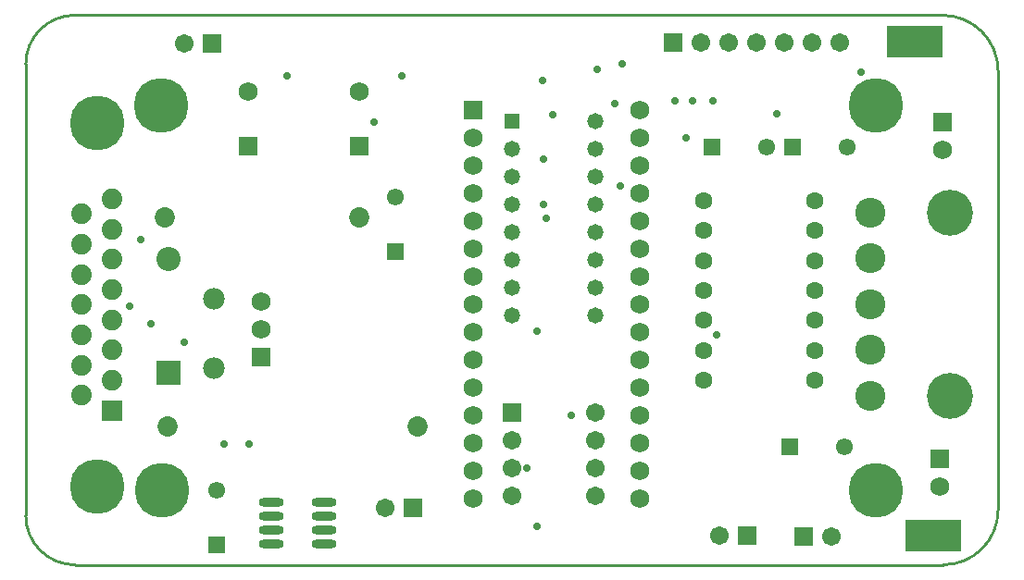
<source format=gts>
G04*
G04 #@! TF.GenerationSoftware,Altium Limited,Altium Designer,20.0.13 (296)*
G04*
G04 Layer_Color=8388736*
%FSLAX25Y25*%
%MOIN*%
G70*
G01*
G75*
%ADD11C,0.01000*%
%ADD18R,0.20029X0.11191*%
%ADD19O,0.09068X0.03162*%
%ADD20C,0.07296*%
%ADD21R,0.06800X0.06800*%
%ADD22C,0.06800*%
%ADD23R,0.06706X0.06706*%
%ADD24C,0.06706*%
%ADD25C,0.02800*%
%ADD26C,0.19698*%
%ADD27C,0.07453*%
%ADD28R,0.07453X0.07453*%
%ADD29R,0.06800X0.06800*%
%ADD30C,0.07800*%
%ADD31R,0.05800X0.05800*%
%ADD32C,0.05800*%
%ADD33C,0.06312*%
%ADD34C,0.06115*%
%ADD35R,0.06115X0.06115*%
%ADD36C,0.16548*%
%ADD37C,0.10800*%
%ADD38C,0.08674*%
%ADD39R,0.08674X0.08674*%
%ADD40R,0.06115X0.06115*%
D11*
X330325D02*
G03*
X350065Y19739I0J19739D01*
G01*
X350064Y177977D02*
G03*
X330009Y198033I-20056J0D01*
G01*
X17619Y198033D02*
G03*
X0Y180413I0J-17619D01*
G01*
Y17716D02*
G03*
X17717Y0I17716J-0D01*
G01*
X350065Y177977D02*
X350065Y19739D01*
X17620Y198033D02*
X330009Y198033D01*
X0Y17717D02*
Y180413D01*
X17717Y0D02*
X330325D01*
D18*
X326880Y10652D02*
D03*
X320034Y188585D02*
D03*
D19*
X107337Y7500D02*
D03*
Y12500D02*
D03*
Y17500D02*
D03*
Y22500D02*
D03*
X88242Y7500D02*
D03*
Y12500D02*
D03*
Y17500D02*
D03*
Y22500D02*
D03*
D20*
X141202Y50000D02*
D03*
X51202D02*
D03*
X50029Y125087D02*
D03*
X120029D02*
D03*
D21*
X84800Y75000D02*
D03*
X161000Y164000D02*
D03*
X120000Y150982D02*
D03*
X80000D02*
D03*
D22*
X84800Y85000D02*
D03*
Y95000D02*
D03*
X161000Y44000D02*
D03*
Y54000D02*
D03*
Y64000D02*
D03*
Y74000D02*
D03*
Y84000D02*
D03*
Y94000D02*
D03*
Y104000D02*
D03*
Y114000D02*
D03*
Y124000D02*
D03*
Y134000D02*
D03*
Y144000D02*
D03*
Y154000D02*
D03*
X221000Y164000D02*
D03*
X161000Y34000D02*
D03*
Y24000D02*
D03*
X221000Y154000D02*
D03*
Y144000D02*
D03*
Y134000D02*
D03*
Y124000D02*
D03*
Y114000D02*
D03*
Y104000D02*
D03*
Y94000D02*
D03*
Y84000D02*
D03*
Y74000D02*
D03*
Y44000D02*
D03*
Y64000D02*
D03*
Y54000D02*
D03*
Y34000D02*
D03*
Y24000D02*
D03*
X120000Y170667D02*
D03*
X80000D02*
D03*
X329119Y28285D02*
D03*
X330180Y149378D02*
D03*
D23*
X67181Y187746D02*
D03*
X233045Y188241D02*
D03*
X259585Y10385D02*
D03*
X280180Y10288D02*
D03*
X139241Y20682D02*
D03*
X175000Y55000D02*
D03*
D24*
X57181Y187746D02*
D03*
X293045Y188241D02*
D03*
X283045D02*
D03*
X273045D02*
D03*
X263045D02*
D03*
X243045D02*
D03*
X253045D02*
D03*
X249585Y10385D02*
D03*
X290180Y10288D02*
D03*
X129241Y20682D02*
D03*
X175000Y45000D02*
D03*
Y35000D02*
D03*
Y25000D02*
D03*
X205000Y55000D02*
D03*
Y45000D02*
D03*
Y35000D02*
D03*
Y25000D02*
D03*
D25*
X334718Y13782D02*
D03*
X334762Y11805D02*
D03*
X332798Y13782D02*
D03*
X332842Y11805D02*
D03*
X330823D02*
D03*
X330778Y13782D02*
D03*
X328803Y11805D02*
D03*
X328758Y13782D02*
D03*
X334762Y9849D02*
D03*
X332842D02*
D03*
X334762Y7894D02*
D03*
X332842D02*
D03*
X330823Y9849D02*
D03*
Y7894D02*
D03*
X328803Y9849D02*
D03*
Y7894D02*
D03*
X326739Y13782D02*
D03*
X326783Y11805D02*
D03*
X324739Y13782D02*
D03*
X324783Y11805D02*
D03*
X322764D02*
D03*
Y9849D02*
D03*
X320760Y13782D02*
D03*
X322719D02*
D03*
X318740D02*
D03*
X318784Y11805D02*
D03*
X320804D02*
D03*
X318784Y9849D02*
D03*
X326783D02*
D03*
Y7894D02*
D03*
X320804Y9849D02*
D03*
X324783D02*
D03*
X322764Y7894D02*
D03*
X324783D02*
D03*
X320804D02*
D03*
X318784D02*
D03*
X311938Y185827D02*
D03*
X313958D02*
D03*
X317937D02*
D03*
X315918D02*
D03*
X317937Y187783D02*
D03*
X313958D02*
D03*
X319937Y185827D02*
D03*
Y187783D02*
D03*
X311938D02*
D03*
X313958Y189738D02*
D03*
X311938D02*
D03*
X311894Y191715D02*
D03*
X315873D02*
D03*
X313913D02*
D03*
X315918Y187783D02*
D03*
Y189738D02*
D03*
X317937D02*
D03*
X317893Y191715D02*
D03*
X319937Y189738D02*
D03*
X319893Y191715D02*
D03*
X321957Y185827D02*
D03*
Y187783D02*
D03*
X323976Y185827D02*
D03*
Y187783D02*
D03*
X325996Y185827D02*
D03*
X327916D02*
D03*
X325996Y187783D02*
D03*
X327916D02*
D03*
X321912Y191715D02*
D03*
X321957Y189738D02*
D03*
X323932Y191715D02*
D03*
X323976Y189738D02*
D03*
X325996D02*
D03*
X325952Y191715D02*
D03*
X327916Y189738D02*
D03*
X327872Y191715D02*
D03*
X94048Y176060D02*
D03*
X187500Y124750D02*
D03*
X186199Y174392D02*
D03*
X37502Y93077D02*
D03*
X41511Y117156D02*
D03*
X45081Y86840D02*
D03*
X80512Y43359D02*
D03*
X71484Y43380D02*
D03*
X56890Y80170D02*
D03*
X183949Y13769D02*
D03*
X247277Y167318D02*
D03*
X233610D02*
D03*
X240024D02*
D03*
X237582Y153922D02*
D03*
X214062Y136645D02*
D03*
X189690Y162290D02*
D03*
X211980Y166273D02*
D03*
X205700Y178500D02*
D03*
X300672Y177674D02*
D03*
X183900Y84100D02*
D03*
X214800Y180400D02*
D03*
X248600Y82900D02*
D03*
X135550Y176150D02*
D03*
X125426Y159674D02*
D03*
X186400Y130000D02*
D03*
Y146200D02*
D03*
X196400Y53800D02*
D03*
X180413Y35000D02*
D03*
X270500Y162500D02*
D03*
D26*
X48919Y27016D02*
D03*
X306049D02*
D03*
X48706Y165497D02*
D03*
X306049D02*
D03*
X25602Y159344D02*
D03*
Y28162D02*
D03*
D27*
X31192Y131922D02*
D03*
X20011Y126469D02*
D03*
X31192Y121017D02*
D03*
X20011Y115564D02*
D03*
X31192Y110111D02*
D03*
X20011Y104658D02*
D03*
X31192Y99206D02*
D03*
X20011Y93753D02*
D03*
X31192Y88300D02*
D03*
X20011Y82847D02*
D03*
X31192Y77395D02*
D03*
X20011Y71942D02*
D03*
X31192Y66489D02*
D03*
X20011Y61036D02*
D03*
D28*
X31192Y55584D02*
D03*
D29*
X329119Y38285D02*
D03*
X330180Y159378D02*
D03*
D30*
X67764Y95899D02*
D03*
Y70899D02*
D03*
D31*
X175000Y160000D02*
D03*
D32*
Y150000D02*
D03*
Y140000D02*
D03*
Y130000D02*
D03*
Y120000D02*
D03*
Y110000D02*
D03*
Y100000D02*
D03*
Y90000D02*
D03*
X205000Y160000D02*
D03*
Y150000D02*
D03*
Y140000D02*
D03*
Y130000D02*
D03*
Y120000D02*
D03*
Y110000D02*
D03*
Y100000D02*
D03*
Y90000D02*
D03*
D33*
X284192Y98849D02*
D03*
X244192D02*
D03*
X284192Y88054D02*
D03*
X244192D02*
D03*
X284192Y109645D02*
D03*
X244192D02*
D03*
X284192Y120440D02*
D03*
X244192D02*
D03*
X284192Y131236D02*
D03*
X244192D02*
D03*
X284192Y66463D02*
D03*
X244192D02*
D03*
X284192Y77258D02*
D03*
X244192D02*
D03*
D34*
X294591Y42511D02*
D03*
X266574Y150480D02*
D03*
X295627D02*
D03*
X132946Y132423D02*
D03*
X68618Y26876D02*
D03*
D35*
X274906Y42511D02*
D03*
X246889Y150480D02*
D03*
X275942D02*
D03*
D36*
X332790Y60858D02*
D03*
Y127000D02*
D03*
D37*
X304049Y61000D02*
D03*
Y77500D02*
D03*
Y94000D02*
D03*
Y110500D02*
D03*
Y127000D02*
D03*
D38*
X51262Y110238D02*
D03*
D39*
Y69057D02*
D03*
D40*
X132946Y112738D02*
D03*
X68618Y7191D02*
D03*
M02*

</source>
